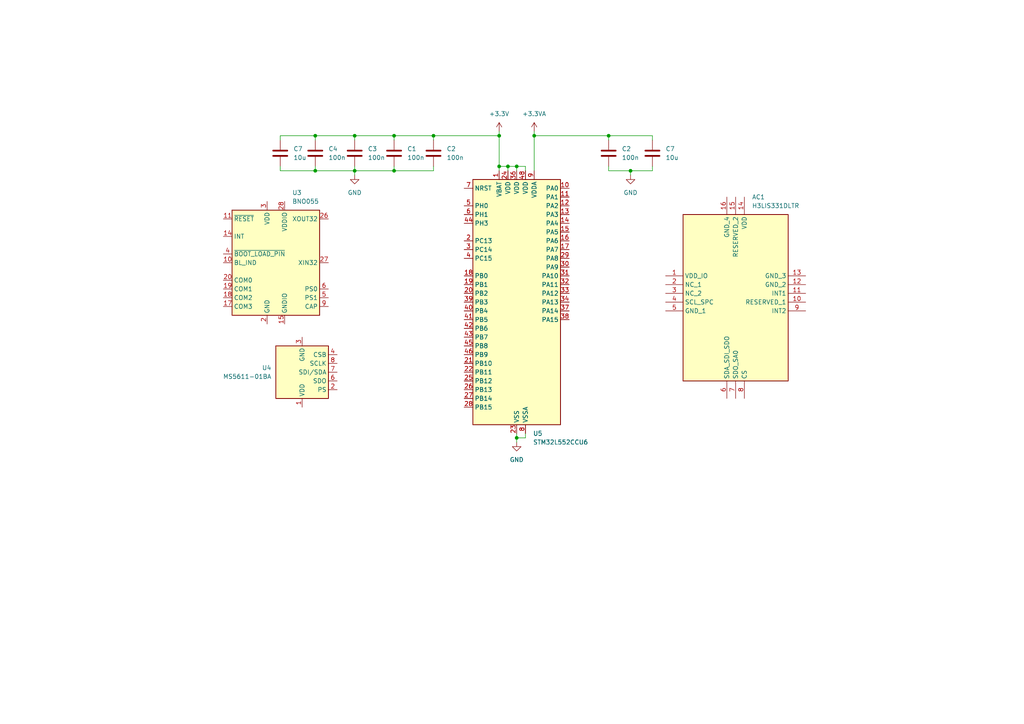
<source format=kicad_sch>
(kicad_sch (version 20230121) (generator eeschema)
  (paper "A4")
  (lib_symbols
    (symbol "Device:C" (pin_numbers hide) (pin_names (offset 0.254))
      (property "Reference" "C" (at 0.635 2.54 0))
      (property "Value" "C" (at 0.635 -2.54 0))
      (symbol "C_0_1"
        (polyline (pts (xy -2.032 -0.762) (xy 2.032 -0.762)) (stroke (width 0.508)))
        (polyline (pts (xy -2.032 0.762) (xy 2.032 0.762)) (stroke (width 0.508)))
      )
      (symbol "C_1_1"
        (pin passive line (at 0 3.81 270) (length 2.794) (name "~") (number "1"))
        (pin passive line (at 0 -3.81 90) (length 2.794) (name "~") (number "2"))
      )
    )
    (symbol "H3LIS331DLTR:H3LIS331DLTR"
      (property "Reference" "AC" (at 36.83 22.86 0))
      (property "Value" "H3LIS331DLTR" (at 36.83 20.32 0))
      (symbol "H3LIS331DLTR_1_1"
        (rectangle (start 5.08 17.78) (end 35.56 -30.48) (stroke (width 0.254)) (fill (type background)))
        (pin power_in line (at 0 0 0) (length 5.08) (name "VDD_IO") (number "1"))
        (pin passive line (at 40.64 -7.62 180) (length 5.08) (name "RESERVED_1") (number "10"))
        (pin input line (at 40.64 -5.08 180) (length 5.08) (name "INT1") (number "11"))
        (pin power_in line (at 40.64 -2.54 180) (length 5.08) (name "GND_2") (number "12"))
        (pin power_in line (at 40.64 0 180) (length 5.08) (name "GND_3") (number "13"))
        (pin power_in line (at 22.86 22.86 270) (length 5.08) (name "VDD") (number "14"))
        (pin passive line (at 20.32 22.86 270) (length 5.08) (name "RESERVED_2") (number "15"))
        (pin power_in line (at 17.78 22.86 270) (length 5.08) (name "GND_4") (number "16"))
        (pin passive line (at 0 -2.54 0) (length 5.08) (name "NC_1") (number "2"))
        (pin passive line (at 0 -5.08 0) (length 5.08) (name "NC_2") (number "3"))
        (pin passive line (at 0 -7.62 0) (length 5.08) (name "SCL_SPC") (number "4"))
        (pin power_in line (at 0 -10.16 0) (length 5.08) (name "GND_1") (number "5"))
        (pin passive line (at 17.78 -35.56 90) (length 5.08) (name "SDA_SDI_SDO") (number "6"))
        (pin passive line (at 20.32 -35.56 90) (length 5.08) (name "SDO_SA0") (number "7"))
        (pin input line (at 22.86 -35.56 90) (length 5.08) (name "CS") (number "8"))
        (pin input line (at 40.64 -10.16 180) (length 5.08) (name "INT2") (number "9"))
      )
    )
    (symbol "MCU_ST_STM32L5:STM32L552CCUx"
      (property "Reference" "U" (at -12.7 36.83 0))
      (property "Value" "STM32L552CCUx" (at 7.62 36.83 0))
      (symbol "STM32L552CCUx_0_1"
        (rectangle (start -12.7 -35.56) (end 12.7 35.56) (stroke (width 0.254)) (fill (type background)))
      )
      (symbol "STM32L552CCUx_1_1"
        (pin power_in line (at -5.08 38.1 270) (length 2.54) (name "VBAT") (number "1"))
        (pin bidirectional line (at 15.24 33.02 180) (length 2.54) (name "PA0") (number "10"))
        (pin bidirectional line (at 15.24 30.48 180) (length 2.54) (name "PA1") (number "11"))
        (pin bidirectional line (at 15.24 27.94 180) (length 2.54) (name "PA2") (number "12"))
        (pin bidirectional line (at 15.24 25.4 180) (length 2.54) (name "PA3") (number "13"))
        (pin bidirectional line (at 15.24 22.86 180) (length 2.54) (name "PA4") (number "14"))
        (pin bidirectional line (at 15.24 20.32 180) (length 2.54) (name "PA5") (number "15"))
        (pin bidirectional line (at 15.24 17.78 180) (length 2.54) (name "PA6") (number "16"))
        (pin bidirectional line (at 15.24 15.24 180) (length 2.54) (name "PA7") (number "17"))
        (pin bidirectional line (at -15.24 7.62 0) (length 2.54) (name "PB0") (number "18"))
        (pin bidirectional line (at -15.24 5.08 0) (length 2.54) (name "PB1") (number "19"))
        (pin bidirectional line (at -15.24 17.78 0) (length 2.54) (name "PC13") (number "2"))
        (pin bidirectional line (at -15.24 2.54 0) (length 2.54) (name "PB2") (number "20"))
        (pin bidirectional line (at -15.24 -17.78 0) (length 2.54) (name "PB10") (number "21"))
        (pin bidirectional line (at -15.24 -20.32 0) (length 2.54) (name "PB11") (number "22"))
        (pin power_in line (at 0 -38.1 90) (length 2.54) (name "VSS") (number "23"))
        (pin power_in line (at -2.54 38.1 270) (length 2.54) (name "VDD") (number "24"))
        (pin bidirectional line (at -15.24 -22.86 0) (length 2.54) (name "PB12") (number "25"))
        (pin bidirectional line (at -15.24 -25.4 0) (length 2.54) (name "PB13") (number "26"))
        (pin bidirectional line (at -15.24 -27.94 0) (length 2.54) (name "PB14") (number "27"))
        (pin bidirectional line (at -15.24 -30.48 0) (length 2.54) (name "PB15") (number "28"))
        (pin bidirectional line (at 15.24 12.7 180) (length 2.54) (name "PA8") (number "29"))
        (pin bidirectional line (at -15.24 15.24 0) (length 2.54) (name "PC14") (number "3"))
        (pin bidirectional line (at 15.24 10.16 180) (length 2.54) (name "PA9") (number "30"))
        (pin bidirectional line (at 15.24 7.62 180) (length 2.54) (name "PA10") (number "31"))
        (pin bidirectional line (at 15.24 5.08 180) (length 2.54) (name "PA11") (number "32"))
        (pin bidirectional line (at 15.24 2.54 180) (length 2.54) (name "PA12") (number "33"))
        (pin bidirectional line (at 15.24 0 180) (length 2.54) (name "PA13") (number "34"))
        (pin passive line (at 0 -38.1 90) (length 2.54) hide (name "VSS") (number "35"))
        (pin power_in line (at 0 38.1 270) (length 2.54) (name "VDD") (number "36"))
        (pin bidirectional line (at 15.24 -2.54 180) (length 2.54) (name "PA14") (number "37"))
        (pin bidirectional line (at 15.24 -5.08 180) (length 2.54) (name "PA15") (number "38"))
        (pin bidirectional line (at -15.24 0 0) (length 2.54) (name "PB3") (number "39"))
        (pin bidirectional line (at -15.24 12.7 0) (length 2.54) (name "PC15") (number "4"))
        (pin bidirectional line (at -15.24 -2.54 0) (length 2.54) (name "PB4") (number "40"))
        (pin bidirectional line (at -15.24 -5.08 0) (length 2.54) (name "PB5") (number "41"))
        (pin bidirectional line (at -15.24 -7.62 0) (length 2.54) (name "PB6") (number "42"))
        (pin bidirectional line (at -15.24 -10.16 0) (length 2.54) (name "PB7") (number "43"))
        (pin bidirectional line (at -15.24 22.86 0) (length 2.54) (name "PH3") (number "44"))
        (pin bidirectional line (at -15.24 -12.7 0) (length 2.54) (name "PB8") (number "45"))
        (pin bidirectional line (at -15.24 -15.24 0) (length 2.54) (name "PB9") (number "46"))
        (pin passive line (at 0 -38.1 90) (length 2.54) hide (name "VSS") (number "47"))
        (pin power_in line (at 2.54 38.1 270) (length 2.54) (name "VDD") (number "48"))
        (pin passive line (at 0 -38.1 90) (length 2.54) hide (name "VSS") (number "49"))
        (pin bidirectional line (at -15.24 27.94 0) (length 2.54) (name "PH0") (number "5"))
        (pin bidirectional line (at -15.24 25.4 0) (length 2.54) (name "PH1") (number "6"))
        (pin input line (at -15.24 33.02 0) (length 2.54) (name "NRST") (number "7"))
        (pin power_in line (at 2.54 -38.1 90) (length 2.54) (name "VSSA") (number "8"))
        (pin power_in line (at 5.08 38.1 270) (length 2.54) (name "VDDA") (number "9"))
      )
    )
    (symbol "Sensor_Motion:BNO055"
      (property "Reference" "U" (at -11.43 16.51 0))
      (property "Value" "BNO055" (at 12.7 16.51 0))
      (symbol "BNO055_0_1"
        (rectangle (start -12.7 15.24) (end 12.7 -15.24) (stroke (width 0.254)) (fill (type background)))
      )
      (symbol "BNO055_1_1"
        (pin no_connect line (at -12.7 10.16 0) (length 2.54) hide (name "PIN1") (number "1"))
        (pin output line (at -15.24 0 0) (length 2.54) (name "BL_IND") (number "10"))
        (pin input line (at -15.24 12.7 0) (length 2.54) (name "~{RESET}") (number "11"))
        (pin no_connect line (at 12.7 10.16 180) (length 2.54) hide (name "PIN12") (number "12"))
        (pin no_connect line (at 12.7 7.62 180) (length 2.54) hide (name "PIN13") (number "13"))
        (pin output line (at -15.24 7.62 0) (length 2.54) (name "INT") (number "14"))
        (pin power_in line (at 2.54 -17.78 90) (length 2.54) (name "GNDIO") (number "15"))
        (pin passive line (at 2.54 -17.78 90) (length 2.54) hide (name "GNDIO") (number "16"))
        (pin input line (at -15.24 -12.7 0) (length 2.54) (name "COM3") (number "17"))
        (pin passive line (at -15.24 -10.16 0) (length 2.54) (name "COM2") (number "18"))
        (pin bidirectional line (at -15.24 -7.62 0) (length 2.54) (name "COM1") (number "19"))
        (pin power_in line (at -2.54 -17.78 90) (length 2.54) (name "GND") (number "2"))
        (pin bidirectional line (at -15.24 -5.08 0) (length 2.54) (name "COM0") (number "20"))
        (pin no_connect line (at 12.7 5.08 180) (length 2.54) hide (name "PIN21") (number "21"))
        (pin no_connect line (at 12.7 2.54 180) (length 2.54) hide (name "PIN22") (number "22"))
        (pin no_connect line (at 12.7 -2.54 180) (length 2.54) hide (name "PIN23") (number "23"))
        (pin no_connect line (at 12.7 -5.08 180) (length 2.54) hide (name "PIN24") (number "24"))
        (pin passive line (at 2.54 -17.78 90) (length 2.54) hide (name "GNDIO") (number "25"))
        (pin output line (at 15.24 12.7 180) (length 2.54) (name "XOUT32") (number "26"))
        (pin input line (at 15.24 0 180) (length 2.54) (name "XIN32") (number "27"))
        (pin power_in line (at 2.54 17.78 270) (length 2.54) (name "VDDIO") (number "28"))
        (pin power_in line (at -2.54 17.78 270) (length 2.54) (name "VDD") (number "3"))
        (pin input line (at -15.24 2.54 0) (length 2.54) (name "~{BOOT_LOAD_PIN}") (number "4"))
        (pin input line (at 15.24 -10.16 180) (length 2.54) (name "PS1") (number "5"))
        (pin input line (at 15.24 -7.62 180) (length 2.54) (name "PS0") (number "6"))
        (pin no_connect line (at -12.7 5.08 0) (length 2.54) hide (name "PIN7") (number "7"))
        (pin no_connect line (at -12.7 -2.54 0) (length 2.54) hide (name "PIN8") (number "8"))
        (pin passive line (at 15.24 -12.7 180) (length 2.54) (name "CAP") (number "9"))
      )
    )
    (symbol "Sensor_Pressure:MS5611-01BA"
      (property "Reference" "U" (at -6.35 8.89 0))
      (property "Value" "MS5611-01BA" (at 7.62 8.89 0))
      (symbol "MS5611-01BA_0_1"
        (rectangle (start -7.62 7.62) (end 7.62 -7.62) (stroke (width 0.254)) (fill (type background)))
      )
      (symbol "MS5611-01BA_1_1"
        (pin power_in line (at 0 10.16 270) (length 2.54) (name "VDD") (number "1"))
        (pin input line (at -10.16 5.08 0) (length 2.54) (name "PS") (number "2"))
        (pin power_in line (at 0 -10.16 90) (length 2.54) (name "GND") (number "3"))
        (pin input line (at -10.16 -5.08 0) (length 2.54) (name "CSB") (number "4"))
        (pin input line (at -10.16 -5.08 0) (length 2.54) hide (name "CSB") (number "5"))
        (pin output line (at -10.16 2.54 0) (length 2.54) (name "SDO") (number "6"))
        (pin bidirectional line (at -10.16 0 0) (length 2.54) (name "SDI/SDA") (number "7"))
        (pin input line (at -10.16 -2.54 0) (length 2.54) (name "SCLK") (number "8"))
      )
    )
    (symbol "power:+3.3V" (power) (pin_names (offset 0))
      (property "Value" "+3.3V" (at 0 3.556 0))
      (symbol "+3.3V_0_1"
        (polyline (pts (xy -0.762 1.27) (xy 0 2.54)))
        (polyline (pts (xy 0 0) (xy 0 2.54)))
        (polyline (pts (xy 0 2.54) (xy 0.762 1.27)))
      )
      (symbol "+3.3V_1_1"
        (pin power_in line (at 0 0 90) (length 0) hide (name "+3.3V") (number "1"))
      )
    )
    (symbol "power:+3.3VA" (power) (pin_names (offset 0))
      (property "Value" "+3.3VA" (at 0 3.556 0))
      (symbol "+3.3VA_0_1"
        (polyline (pts (xy -0.762 1.27) (xy 0 2.54)))
        (polyline (pts (xy 0 0) (xy 0 2.54)))
        (polyline (pts (xy 0 2.54) (xy 0.762 1.27)))
      )
      (symbol "+3.3VA_1_1"
        (pin power_in line (at 0 0 90) (length 0) hide (name "+3.3VA") (number "1"))
      )
    )
    (symbol "power:GND" (power) (pin_names (offset 0))
      (property "Value" "GND" (at 0 -3.81 0))
      (symbol "GND_0_1"
        (polyline (pts (xy 0 0) (xy 0 -1.27) (xy 1.27 -1.27) (xy 0 -2.54) (xy -1.27 -1.27) (xy 0 -1.27)))
      )
      (symbol "GND_1_1"
        (pin power_in line (at 0 0 270) (length 0) hide (name "GND") (number "1"))
      )
    )
  )
  (junction (at 114.3 39.37))
  (junction (at 114.3 49.53))
  (junction (at 125.73 39.37))
  (junction (at 102.87 49.53))
  (junction (at 147.32 48.26))
  (junction (at 182.88 49.53))
  (junction (at 176.53 39.37))
  (junction (at 91.44 39.37))
  (junction (at 149.86 127))
  (junction (at 91.44 49.53))
  (junction (at 144.78 48.26))
  (junction (at 102.87 39.37))
  (junction (at 154.94 39.37))
  (junction (at 149.86 48.26))
  (junction (at 144.78 39.37))
  (wire (pts (xy 114.3 48.26) (xy 114.3 49.53)))
  (wire (pts (xy 189.23 39.37) (xy 189.23 40.64)))
  (wire (pts (xy 114.3 40.64) (xy 114.3 39.37)))
  (wire (pts (xy 149.86 127) (xy 149.86 128.27)))
  (wire (pts (xy 176.53 40.64) (xy 176.53 39.37)))
  (wire (pts (xy 91.44 39.37) (xy 102.87 39.37)))
  (wire (pts (xy 152.4 49.53) (xy 152.4 48.26)))
  (wire (pts (xy 102.87 48.26) (xy 102.87 49.53)))
  (wire (pts (xy 102.87 49.53) (xy 114.3 49.53)))
  (wire (pts (xy 144.78 48.26) (xy 144.78 49.53)))
  (wire (pts (xy 81.28 48.26) (xy 81.28 49.53)))
  (wire (pts (xy 154.94 39.37) (xy 176.53 39.37)))
  (wire (pts (xy 81.28 49.53) (xy 91.44 49.53)))
  (wire (pts (xy 149.86 127) (xy 149.86 125.73)))
  (wire (pts (xy 114.3 39.37) (xy 125.73 39.37)))
  (wire (pts (xy 91.44 40.64) (xy 91.44 39.37)))
  (wire (pts (xy 182.88 49.53) (xy 189.23 49.53)))
  (wire (pts (xy 91.44 39.37) (xy 81.28 39.37)))
  (wire (pts (xy 152.4 127) (xy 149.86 127)))
  (wire (pts (xy 152.4 125.73) (xy 152.4 127)))
  (wire (pts (xy 144.78 39.37) (xy 144.78 48.26)))
  (wire (pts (xy 102.87 50.8) (xy 102.87 49.53)))
  (wire (pts (xy 114.3 49.53) (xy 125.73 49.53)))
  (wire (pts (xy 81.28 39.37) (xy 81.28 40.64)))
  (wire (pts (xy 91.44 48.26) (xy 91.44 49.53)))
  (wire (pts (xy 144.78 38.1) (xy 144.78 39.37)))
  (wire (pts (xy 176.53 49.53) (xy 182.88 49.53)))
  (wire (pts (xy 125.73 49.53) (xy 125.73 48.26)))
  (wire (pts (xy 149.86 48.26) (xy 147.32 48.26)))
  (wire (pts (xy 102.87 39.37) (xy 114.3 39.37)))
  (wire (pts (xy 147.32 48.26) (xy 144.78 48.26)))
  (wire (pts (xy 102.87 40.64) (xy 102.87 39.37)))
  (wire (pts (xy 125.73 39.37) (xy 125.73 40.64)))
  (wire (pts (xy 125.73 39.37) (xy 144.78 39.37)))
  (wire (pts (xy 152.4 48.26) (xy 149.86 48.26)))
  (wire (pts (xy 154.94 38.1) (xy 154.94 39.37)))
  (wire (pts (xy 189.23 49.53) (xy 189.23 48.26)))
  (wire (pts (xy 154.94 39.37) (xy 154.94 49.53)))
  (wire (pts (xy 176.53 39.37) (xy 189.23 39.37)))
  (wire (pts (xy 176.53 48.26) (xy 176.53 49.53)))
  (wire (pts (xy 182.88 50.8) (xy 182.88 49.53)))
  (wire (pts (xy 149.86 48.26) (xy 149.86 49.53)))
  (wire (pts (xy 91.44 49.53) (xy 102.87 49.53)))
  (wire (pts (xy 147.32 48.26) (xy 147.32 49.53)))
  (symbol (lib_id "Device:C") (at 102.87 44.45 0) (unit 1)
    (property "Reference" "C3" (at 106.68 43.18 0) (effects (justify left)))
    (property "Value" "100n" (at 106.68 45.72 0) (effects (justify left)))
    (instances (project "Flight-Computer" (path "" (reference "C3") (unit 1)) (path "" (reference "C12") (unit 1))))
  )
  (symbol (lib_id "power:GND") (at 182.88 50.8 0) (unit 1)
    (property "Reference" "#PWR03" (effects hide))
    (property "Value" "GND" (at 182.88 55.88 0))
    (instances (project "Flight-Computer" (path "" (reference "#PWR03") (unit 1)) (path "" (reference "#PWR09") (unit 1))))
  )
  (symbol (lib_id "Sensor_Motion:BNO055") (at 80.01 76.2 0) (unit 1)
    (property "Reference" "U3" (at 84.7441 55.88 0) (effects (justify left)))
    (property "Value" "BNO055" (at 84.7441 58.42 0) (effects (justify left)))
    (property "Footprint" "Package_LGA:LGA-28_5.2x3.8mm_P0.5mm" (effects hide))
    (property "Datasheet" "https://www.bosch-sensortec.com/media/boschsensortec/downloads/datasheets/bst-bno055-ds000.pdf" (effects hide))
    (instances (project "Flight-Computer" (path "" (reference "U3") (unit 1)) (path "" (reference "U7") (unit 1))))
  )
  (symbol (lib_id "H3LIS331DLTR:H3LIS331DLTR") (at 193.04 80.01 0) (unit 1)
    (property "Reference" "AC1" (at 218.0941 57.15 0) (effects (justify left)))
    (property "Value" "H3LIS331DLTR" (at 218.0941 59.69 0) (effects (justify left)))
    (property "Footprint" "LIS3DHTR" (effects hide))
    (property "Datasheet" "http://www.st.com/st-web-ui/static/active/en/resource/technical/document/datasheet/DM00053090.pdf" (effects hide))
    (property "Height" "1" (effects hide))
    (property "Manufacturer_Name" "STMicroelectronics" (effects hide))
    (property "Manufacturer_Part_Number" "H3LIS331DLTR" (effects hide))
    (property "Mouser Part Number" "511-H3LIS331DLTR" (effects hide))
    (property "Mouser Price/Stock" "https://www.mouser.co.uk/ProductDetail/STMicroelectronics/H3LIS331DLTR?qs=TAo1I7FhABsAZFqkqNUSRA%3D%3D" (effects hide))
    (property "Arrow Part Number" "H3LIS331DLTR" (effects hide))
    (property "Arrow Price/Stock" "https://www.arrow.com/en/products/h3lis331dltr/stmicroelectronics?region=nac" (effects hide))
    (instances (project "Flight-Computer" (path "" (reference "AC1") (unit 1)) (path "" (reference "AC2") (unit 1))))
  )
  (symbol (lib_id "Device:C") (at 189.23 44.45 0) (unit 1)
    (property "Reference" "C7" (at 193.04 43.18 0) (effects (justify left)))
    (property "Value" "10u" (at 193.04 45.72 0) (effects (justify left)))
    (instances (project "Flight-Computer" (path "" (reference "C7") (unit 1)) (path "" (reference "C16") (unit 1))))
  )
  (symbol (lib_id "power:GND") (at 102.87 50.8 0) (unit 1)
    (property "Reference" "#PWR03" (effects hide))
    (property "Value" "GND" (at 102.87 55.88 0))
    (instances (project "Flight-Computer" (path "" (reference "#PWR03") (unit 1)) (path "" (reference "#PWR05") (unit 1))))
  )
  (symbol (lib_id "Device:C") (at 91.44 44.45 0) (unit 1)
    (property "Reference" "C4" (at 95.25 43.18 0) (effects (justify left)))
    (property "Value" "100n" (at 95.25 45.72 0) (effects (justify left)))
    (instances (project "Flight-Computer" (path "" (reference "C4") (unit 1)) (path "" (reference "C11") (unit 1))))
  )
  (symbol (lib_id "power:GND") (at 149.86 128.27 0) (unit 1)
    (property "Reference" "#PWR02" (effects hide))
    (property "Value" "GND" (at 149.86 133.35 0))
    (instances (project "Flight-Computer" (path "" (reference "#PWR02") (unit 1)) (path "" (reference "#PWR07") (unit 1))))
  )
  (symbol (lib_id "Device:C") (at 176.53 44.45 0) (unit 1)
    (property "Reference" "C2" (at 180.34 43.18 0) (effects (justify left)))
    (property "Value" "100n" (at 180.34 45.72 0) (effects (justify left)))
    (instances (project "Flight-Computer" (path "" (reference "C2") (unit 1)) (path "" (reference "C15") (unit 1))))
  )
  (symbol (lib_id "MCU_ST_STM32L5:STM32L552CCUx") (at 149.86 87.63 0) (unit 1)
    (property "Reference" "U5" (at 154.5941 125.73 0) (effects (justify left)))
    (property "Value" "STM32L552CCU6" (at 154.5941 128.27 0) (effects (justify left)))
    (property "Footprint" "Package_DFN_QFN:QFN-48-1EP_7x7mm_P0.5mm_EP5.6x5.6mm" (effects hide))
    (property "Datasheet" "https://www.st.com/resource/en/datasheet/stm32l552cc.pdf" (effects hide))
    (instances (project "Flight-Computer" (path "" (reference "U5") (unit 1)) (path "" (reference "U8") (unit 1))))
  )
  (symbol (lib_id "Device:C") (at 125.73 44.45 0) (unit 1)
    (property "Reference" "C2" (at 129.54 43.18 0) (effects (justify left)))
    (property "Value" "100n" (at 129.54 45.72 0) (effects (justify left)))
    (instances (project "Flight-Computer" (path "" (reference "C2") (unit 1)) (path "" (reference "C14") (unit 1))))
  )
  (symbol (lib_id "power:+3.3VA") (at 154.94 38.1 0) (unit 1)
    (property "Reference" "#PWR04" (effects hide))
    (property "Value" "+3.3VA" (at 154.94 33.02 0))
    (instances (project "Flight-Computer" (path "" (reference "#PWR04") (unit 1)) (path "" (reference "#PWR08") (unit 1))))
  )
  (symbol (lib_id "Device:C") (at 114.3 44.45 0) (unit 1)
    (property "Reference" "C1" (at 118.11 43.18 0) (effects (justify left)))
    (property "Value" "100n" (at 118.11 45.72 0) (effects (justify left)))
    (instances (project "Flight-Computer" (path "" (reference "C1") (unit 1)) (path "" (reference "C13") (unit 1))))
  )
  (symbol (lib_id "power:+3.3V") (at 144.78 38.1 0) (unit 1)
    (property "Reference" "#PWR01" (effects hide))
    (property "Value" "+3.3V" (at 144.78 33.02 0))
    (instances (project "Flight-Computer" (path "" (reference "#PWR01") (unit 1)) (path "" (reference "#PWR06") (unit 1))))
  )
  (symbol (lib_id "Device:C") (at 81.28 44.45 0) (unit 1)
    (property "Reference" "C7" (at 85.09 43.18 0) (effects (justify left)))
    (property "Value" "10u" (at 85.09 45.72 0) (effects (justify left)))
    (instances (project "Flight-Computer" (path "" (reference "C7") (unit 1)) (path "" (reference "C8") (unit 1))))
  )
  (symbol (lib_id "Sensor_Pressure:MS5611-01BA") (at 87.63 107.95 180) (unit 1)
    (property "Reference" "U4" (at 78.74 106.68 0) (effects (justify left)))
    (property "Value" "MS5611-01BA" (at 78.74 109.22 0) (effects (justify left)))
    (property "Footprint" "Package_LGA:LGA-8_3x5mm_P1.25mm" (effects hide))
    (property "Datasheet" "https://www.te.com/commerce/DocumentDelivery/DDEController?Action=srchrtrv&DocNm=MS5611-01BA03&DocType=Data+Sheet&DocLang=English" (effects hide))
    (instances (project "Flight-Computer" (path "" (reference "U4") (unit 1)) (path "" (reference "U6") (unit 1))))
  )
)
</source>
